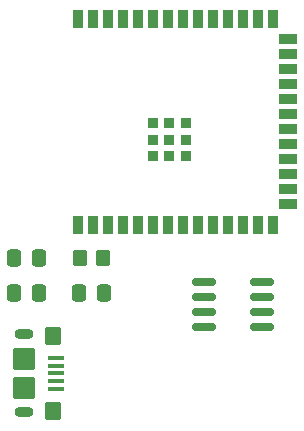
<source format=gtp>
%TF.GenerationSoftware,KiCad,Pcbnew,8.0.1-8.0.1-1~ubuntu22.04.1*%
%TF.CreationDate,2024-04-18T01:12:43-04:00*%
%TF.ProjectId,esp32_rover_devkit,65737033-325f-4726-9f76-65725f646576,rev?*%
%TF.SameCoordinates,Original*%
%TF.FileFunction,Paste,Top*%
%TF.FilePolarity,Positive*%
%FSLAX46Y46*%
G04 Gerber Fmt 4.6, Leading zero omitted, Abs format (unit mm)*
G04 Created by KiCad (PCBNEW 8.0.1-8.0.1-1~ubuntu22.04.1) date 2024-04-18 01:12:43*
%MOMM*%
%LPD*%
G01*
G04 APERTURE LIST*
G04 Aperture macros list*
%AMRoundRect*
0 Rectangle with rounded corners*
0 $1 Rounding radius*
0 $2 $3 $4 $5 $6 $7 $8 $9 X,Y pos of 4 corners*
0 Add a 4 corners polygon primitive as box body*
4,1,4,$2,$3,$4,$5,$6,$7,$8,$9,$2,$3,0*
0 Add four circle primitives for the rounded corners*
1,1,$1+$1,$2,$3*
1,1,$1+$1,$4,$5*
1,1,$1+$1,$6,$7*
1,1,$1+$1,$8,$9*
0 Add four rect primitives between the rounded corners*
20,1,$1+$1,$2,$3,$4,$5,0*
20,1,$1+$1,$4,$5,$6,$7,0*
20,1,$1+$1,$6,$7,$8,$9,0*
20,1,$1+$1,$8,$9,$2,$3,0*%
G04 Aperture macros list end*
%ADD10RoundRect,0.250000X0.337500X0.475000X-0.337500X0.475000X-0.337500X-0.475000X0.337500X-0.475000X0*%
%ADD11RoundRect,0.150000X-0.825000X-0.150000X0.825000X-0.150000X0.825000X0.150000X-0.825000X0.150000X0*%
%ADD12RoundRect,0.250000X-0.350000X-0.450000X0.350000X-0.450000X0.350000X0.450000X-0.350000X0.450000X0*%
%ADD13R,0.900000X0.900000*%
%ADD14R,0.900000X1.500000*%
%ADD15R,1.500000X0.900000*%
%ADD16RoundRect,0.100000X-0.575000X0.100000X-0.575000X-0.100000X0.575000X-0.100000X0.575000X0.100000X0*%
%ADD17O,1.600000X0.900000*%
%ADD18RoundRect,0.250000X-0.450000X0.550000X-0.450000X-0.550000X0.450000X-0.550000X0.450000X0.550000X0*%
%ADD19RoundRect,0.250000X-0.700000X0.700000X-0.700000X-0.700000X0.700000X-0.700000X0.700000X0.700000X0*%
G04 APERTURE END LIST*
D10*
%TO.C,C2*%
X22537500Y-61500000D03*
X20462500Y-61500000D03*
%TD*%
%TO.C,C3*%
X28037500Y-64500000D03*
X25962500Y-64500000D03*
%TD*%
D11*
%TO.C,U5*%
X36525000Y-63595000D03*
X36525000Y-64865000D03*
X36525000Y-66135000D03*
X36525000Y-67405000D03*
X41475000Y-67405000D03*
X41475000Y-66135000D03*
X41475000Y-64865000D03*
X41475000Y-63595000D03*
%TD*%
D10*
%TO.C,C1*%
X22537500Y-64500000D03*
X20462500Y-64500000D03*
%TD*%
D12*
%TO.C,R1*%
X26000000Y-61500000D03*
X28000000Y-61500000D03*
%TD*%
D13*
%TO.C,U1*%
X32200000Y-52900000D03*
X33600000Y-52900000D03*
X35000000Y-52900000D03*
X32200000Y-51500000D03*
X33600000Y-51500000D03*
X35000000Y-51500000D03*
X32200000Y-50100000D03*
X33600000Y-50100000D03*
X35000000Y-50100000D03*
D14*
X25880000Y-58750000D03*
X27150000Y-58750000D03*
X28420000Y-58750000D03*
X29690000Y-58750000D03*
X30960000Y-58750000D03*
X32230000Y-58750000D03*
X33500000Y-58750000D03*
X34770000Y-58750000D03*
X36040000Y-58750000D03*
X37310000Y-58750000D03*
X38580000Y-58750000D03*
X39850000Y-58750000D03*
X41120000Y-58750000D03*
X42390000Y-58750000D03*
D15*
X43640000Y-56985000D03*
X43640000Y-55715000D03*
X43640000Y-54445000D03*
X43640000Y-53175000D03*
X43640000Y-51905000D03*
X43640000Y-50635000D03*
X43640000Y-49365000D03*
X43640000Y-48095000D03*
X43640000Y-46825000D03*
X43640000Y-45555000D03*
X43640000Y-44285000D03*
X43640000Y-43015000D03*
D14*
X42390000Y-41250000D03*
X41120000Y-41250000D03*
X39850000Y-41250000D03*
X38580000Y-41250000D03*
X37310000Y-41250000D03*
X36040000Y-41250000D03*
X34770000Y-41250000D03*
X33500000Y-41250000D03*
X32230000Y-41250000D03*
X30960000Y-41250000D03*
X29690000Y-41250000D03*
X28420000Y-41250000D03*
X27150000Y-41250000D03*
X25880000Y-41250000D03*
%TD*%
D16*
%TO.C,J1*%
X24000000Y-70000000D03*
X24000000Y-70650000D03*
X24000000Y-71300000D03*
X24000000Y-71950000D03*
X24000000Y-72600000D03*
D17*
X21325000Y-68000000D03*
D18*
X23775000Y-68100000D03*
D19*
X21325000Y-70100000D03*
X21325000Y-72500000D03*
D18*
X23775000Y-74500000D03*
D17*
X21325000Y-74600000D03*
%TD*%
M02*

</source>
